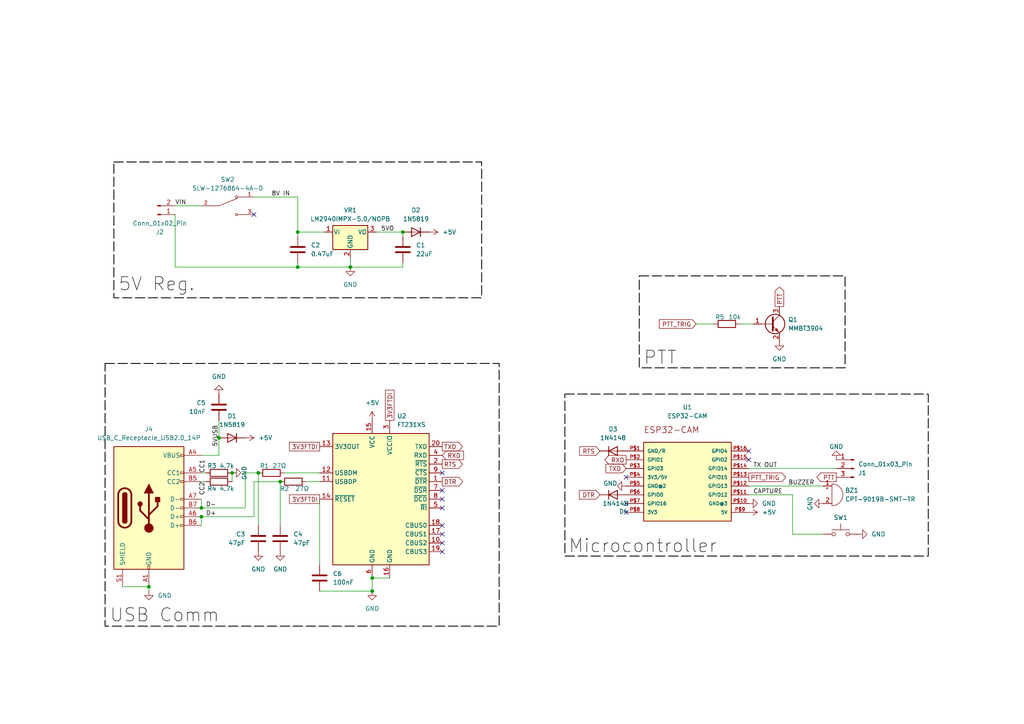
<source format=kicad_sch>
(kicad_sch (version 20250114) (generator "eeschema") (generator_version "9.0")
  (paper "A4")
  (title_block (title "SSTV Backpack") (date "2025-08-29") (rev "1.1"))
  (lib_symbols
    (symbol "Connector:Conn_01x02_Pin" (pin_names (offset 1.016) (hide yes))
      (property "Reference" "J" (at 0 2.54 0))
      (property "Value" "Conn_01x02_Pin" (at 0 -5.08 0))
      (symbol "Conn_01x02_Pin_1_1"
        (rectangle (start 0.8636 0.127) (end 0 -0.127) (stroke (width 0.1524)) (fill (type outline)))
        (rectangle (start 0.8636 -2.413) (end 0 -2.667) (stroke (width 0.1524)) (fill (type outline)))
        (polyline (pts (xy 1.27 0) (xy 0.8636 0)) (stroke (width 0.1524)))
        (polyline (pts (xy 1.27 -2.54) (xy 0.8636 -2.54)) (stroke (width 0.1524)))
        (pin passive line (at 5.08 0 180) (length 3.81) (name "Pin_1") (number "1"))
        (pin passive line (at 5.08 -2.54 180) (length 3.81) (name "Pin_2") (number "2"))
      )
    )
    (symbol "Connector:Conn_01x03_Pin" (pin_names (offset 1.016) (hide yes))
      (property "Reference" "J" (at 0 5.08 0))
      (property "Value" "Conn_01x03_Pin" (at 0 -5.08 0))
      (symbol "Conn_01x03_Pin_1_1"
        (rectangle (start 0.8636 2.667) (end 0 2.413) (stroke (width 0.1524)) (fill (type outline)))
        (rectangle (start 0.8636 0.127) (end 0 -0.127) (stroke (width 0.1524)) (fill (type outline)))
        (rectangle (start 0.8636 -2.413) (end 0 -2.667) (stroke (width 0.1524)) (fill (type outline)))
        (polyline (pts (xy 1.27 2.54) (xy 0.8636 2.54)) (stroke (width 0.1524)))
        (polyline (pts (xy 1.27 0) (xy 0.8636 0)) (stroke (width 0.1524)))
        (polyline (pts (xy 1.27 -2.54) (xy 0.8636 -2.54)) (stroke (width 0.1524)))
        (pin passive line (at 5.08 2.54 180) (length 3.81) (name "Pin_1") (number "1"))
        (pin passive line (at 5.08 0 180) (length 3.81) (name "Pin_2") (number "2"))
        (pin passive line (at 5.08 -2.54 180) (length 3.81) (name "Pin_3") (number "3"))
      )
    )
    (symbol "Connector:USB_C_Receptacle_USB2.0_14P" (pin_names (offset 1.016))
      (property "Reference" "J" (at 0 22.225 0))
      (property "Value" "USB_C_Receptacle_USB2.0_14P" (at 0 19.685 0))
      (symbol "USB_C_Receptacle_USB2.0_14P_0_0"
        (rectangle (start -0.254 -17.78) (end 0.254 -16.764))
        (rectangle (start 10.16 15.494) (end 9.144 14.986))
        (rectangle (start 10.16 10.414) (end 9.144 9.906))
        (rectangle (start 10.16 7.874) (end 9.144 7.366))
        (rectangle (start 10.16 2.794) (end 9.144 2.286))
        (rectangle (start 10.16 0.254) (end 9.144 -0.254))
        (rectangle (start 10.16 -2.286) (end 9.144 -2.794))
        (rectangle (start 10.16 -4.826) (end 9.144 -5.334))
      )
      (symbol "USB_C_Receptacle_USB2.0_14P_0_1"
        (rectangle (start -10.16 17.78) (end 10.16 -17.78) (stroke (width 0.254)) (fill (type background)))
        (polyline (pts (xy -8.89 -3.81) (xy -8.89 3.81)) (stroke (width 0.508)))
        (rectangle (start -7.62 -3.81) (end -6.35 3.81) (stroke (width 0.254)) (fill (type outline)))
        (arc (start -7.62 3.81) (mid -6.985 4.4423) (end -6.35 3.81) (stroke (width 0.254)))
        (arc (start -7.62 3.81) (mid -6.985 4.4423) (end -6.35 3.81) (stroke (width 0.254)) (fill (type outline)))
        (arc (start -8.89 3.81) (mid -6.985 5.7067) (end -5.08 3.81) (stroke (width 0.508)))
        (arc (start -5.08 -3.81) (mid -6.985 -5.7067) (end -8.89 -3.81) (stroke (width 0.508)))
        (arc (start -6.35 -3.81) (mid -6.985 -4.4423) (end -7.62 -3.81) (stroke (width 0.254)))
        (arc (start -6.35 -3.81) (mid -6.985 -4.4423) (end -7.62 -3.81) (stroke (width 0.254)) (fill (type outline)))
        (polyline (pts (xy -5.08 3.81) (xy -5.08 -3.81)) (stroke (width 0.508)))
        (circle (center -2.54 1.143) (radius 0.635) (stroke (width 0.254)) (fill (type outline)))
        (polyline (pts (xy -1.27 4.318) (xy 0 6.858) (xy 1.27 4.318) (xy -1.27 4.318)) (stroke (width 0.254)) (fill (type outline)))
        (polyline (pts (xy 0 -2.032) (xy 2.54 0.508) (xy 2.54 1.778)) (stroke (width 0.508)))
        (polyline (pts (xy 0 -3.302) (xy -2.54 -0.762) (xy -2.54 0.508)) (stroke (width 0.508)))
        (polyline (pts (xy 0 -5.842) (xy 0 4.318)) (stroke (width 0.508)))
        (circle (center 0 -5.842) (radius 1.27) (fill (type outline)))
        (rectangle (start 1.905 1.778) (end 3.175 3.048) (stroke (width 0.254)) (fill (type outline)))
      )
      (symbol "USB_C_Receptacle_USB2.0_14P_1_1"
        (pin passive line (at -7.62 -22.86 90) (length 5.08) (name "SHIELD") (number "S1"))
        (pin passive line (at 0 -22.86 90) (length 5.08) (name "GND") (number "A1"))
        (pin passive line (at 0 -22.86 90) (length 5.08) (hide yes) (name "GND") (number "A12"))
        (pin passive line (at 0 -22.86 90) (length 5.08) (hide yes) (name "GND") (number "B1"))
        (pin passive line (at 0 -22.86 90) (length 5.08) (hide yes) (name "GND") (number "B12"))
        (pin passive line (at 15.24 15.24 180) (length 5.08) (name "VBUS") (number "A4"))
        (pin passive line (at 15.24 15.24 180) (length 5.08) (hide yes) (name "VBUS") (number "A9"))
        (pin passive line (at 15.24 15.24 180) (length 5.08) (hide yes) (name "VBUS") (number "B4"))
        (pin passive line (at 15.24 15.24 180) (length 5.08) (hide yes) (name "VBUS") (number "B9"))
        (pin bidirectional line (at 15.24 10.16 180) (length 5.08) (name "CC1") (number "A5"))
        (pin bidirectional line (at 15.24 7.62 180) (length 5.08) (name "CC2") (number "B5"))
        (pin bidirectional line (at 15.24 2.54 180) (length 5.08) (name "D-") (number "A7"))
        (pin bidirectional line (at 15.24 0 180) (length 5.08) (name "D-") (number "B7"))
        (pin bidirectional line (at 15.24 -2.54 180) (length 5.08) (name "D+") (number "A6"))
        (pin bidirectional line (at 15.24 -5.08 180) (length 5.08) (name "D+") (number "B6"))
      )
    )
    (symbol "Device:Buzzer" (pin_names (offset 0.0254) (hide yes))
      (property "Reference" "BZ" (at 3.81 1.27 0))
      (property "Value" "Buzzer" (at 3.81 -1.27 0))
      (symbol "Buzzer_0_1"
        (polyline (pts (xy -1.651 1.905) (xy -1.143 1.905)))
        (polyline (pts (xy -1.397 2.159) (xy -1.397 1.651)))
        (arc (start 0 3.175) (mid 3.1612 0) (end 0 -3.175))
        (polyline (pts (xy 0 3.175) (xy 0 -3.175)))
      )
      (symbol "Buzzer_1_1"
        (pin passive line (at -2.54 2.54 0) (length 2.54) (name "+") (number "1"))
        (pin passive line (at -2.54 -2.54 0) (length 2.54) (name "-") (number "2"))
      )
    )
    (symbol "Device:C" (pin_numbers (hide yes)) (pin_names (offset 0.254))
      (property "Reference" "C" (at 0.635 2.54 0))
      (property "Value" "C" (at 0.635 -2.54 0))
      (symbol "C_0_1"
        (polyline (pts (xy -2.032 0.762) (xy 2.032 0.762)) (stroke (width 0.508)))
        (polyline (pts (xy -2.032 -0.762) (xy 2.032 -0.762)) (stroke (width 0.508)))
      )
      (symbol "C_1_1"
        (pin passive line (at 0 3.81 270) (length 2.794) (name "~") (number "1"))
        (pin passive line (at 0 -3.81 90) (length 2.794) (name "~") (number "2"))
      )
    )
    (symbol "Device:D" (pin_numbers (hide yes)) (pin_names (offset 1.016) (hide yes))
      (property "Reference" "D" (at 0 2.54 0))
      (property "Value" "D" (at 0 -2.54 0))
      (symbol "D_0_1"
        (polyline (pts (xy -1.27 1.27) (xy -1.27 -1.27)) (stroke (width 0.254)))
        (polyline (pts (xy 1.27 1.27) (xy 1.27 -1.27) (xy -1.27 0) (xy 1.27 1.27)) (stroke (width 0.254)))
        (polyline (pts (xy 1.27 0) (xy -1.27 0)))
      )
      (symbol "D_1_1"
        (pin passive line (at -3.81 0 0) (length 2.54) (name "K") (number "1"))
        (pin passive line (at 3.81 0 180) (length 2.54) (name "A") (number "2"))
      )
    )
    (symbol "Device:R" (pin_numbers (hide yes)) (pin_names (offset 0))
      (property "Reference" "R" (at 2.032 0 90))
      (property "Value" "R" (at 0 0 90))
      (symbol "R_0_1"
        (rectangle (start -1.016 -2.54) (end 1.016 2.54) (stroke (width 0.254)))
      )
      (symbol "R_1_1"
        (pin passive line (at 0 3.81 270) (length 1.27) (name "~") (number "1"))
        (pin passive line (at 0 -3.81 90) (length 1.27) (name "~") (number "2"))
      )
    )
    (symbol "ESP32-CAM:ESP32-CAM" (pin_names (offset 1.016))
      (property "Reference" "U1" (at 0 22.86 0))
      (property "Value" "ESP32-CAM" (at 0 20.32 0))
      (symbol "ESP32-CAM_0_0"
        (rectangle (start -12.7 -10.16) (end 12.7 12.7) (stroke (width 0.254)) (fill (type background)))
        (text "ESP32-CAM" (at -12.7 15.24 0) (effects (font (size 1.778 1.778)) (justify left bottom)))
        (pin bidirectional line (at -17.78 7.62 0) (length 5.08) (name "GPIO1") (number "P$2"))
        (pin bidirectional line (at -17.78 5.08 0) (length 5.08) (name "GPIO3") (number "P$3"))
        (pin bidirectional line (at -17.78 2.54 0) (length 5.08) (name "3V3/5V") (number "P$4"))
        (pin bidirectional line (at -17.78 0 0) (length 5.08) (name "GND@2") (number "P$5"))
        (pin bidirectional line (at -17.78 -2.54 0) (length 5.08) (name "GPIO0") (number "P$6"))
        (pin bidirectional line (at -17.78 -5.08 0) (length 5.08) (name "GPIO16") (number "P$7"))
        (pin bidirectional line (at -17.78 -7.62 0) (length 5.08) (name "3V3") (number "P$8"))
        (pin bidirectional line (at 17.78 10.16 180) (length 5.08) (name "GPIO4") (number "P$16"))
        (pin bidirectional line (at 17.78 7.62 180) (length 5.08) (name "GPIO2") (number "P$15"))
        (pin bidirectional line (at 17.78 5.08 180) (length 5.08) (name "GPIO14") (number "P$14"))
        (pin bidirectional line (at 17.78 2.54 180) (length 5.08) (name "GPIO15") (number "P$13"))
        (pin bidirectional line (at 17.78 0 180) (length 5.08) (name "GPIO13") (number "P$12"))
        (pin bidirectional line (at 17.78 -2.54 180) (length 5.08) (name "GPIO12") (number "P$11"))
        (pin bidirectional line (at 17.78 -5.08 180) (length 5.08) (name "GND@3") (number "P$10"))
        (pin bidirectional line (at 17.78 -7.62 180) (length 5.08) (name "5V") (number "P$9"))
      )
      (symbol "ESP32-CAM_1_0"
        (pin bidirectional line (at -17.78 10.16 0) (length 5.08) (name "GND/R") (number "P$1"))
      )
    )
    (symbol "Interface_USB:FT231XS"
      (property "Reference" "U" (at -13.97 20.32 0))
      (property "Value" "FT231XS" (at 7.62 20.32 0))
      (symbol "FT231XS_0_1"
        (rectangle (start -13.97 19.05) (end 13.97 -19.05) (stroke (width 0.254)) (fill (type background)))
      )
      (symbol "FT231XS_1_1"
        (pin power_out line (at -17.78 15.24 0) (length 3.81) (name "3V3OUT") (number "13"))
        (pin bidirectional line (at -17.78 7.62 0) (length 3.81) (name "USBDM") (number "12"))
        (pin bidirectional line (at -17.78 5.08 0) (length 3.81) (name "USBDP") (number "11"))
        (pin input line (at -17.78 0 0) (length 3.81) (name "~{RESET}") (number "14"))
        (pin power_in line (at -2.54 22.86 270) (length 3.81) (name "VCC") (number "15"))
        (pin power_in line (at -2.54 -22.86 90) (length 3.81) (name "GND") (number "6"))
        (pin power_in line (at 2.54 22.86 270) (length 3.81) (name "VCCIO") (number "3"))
        (pin power_in line (at 2.54 -22.86 90) (length 3.81) (name "GND") (number "16"))
        (pin output line (at 17.78 15.24 180) (length 3.81) (name "TXD") (number "20"))
        (pin input line (at 17.78 12.7 180) (length 3.81) (name "RXD") (number "4"))
        (pin output line (at 17.78 10.16 180) (length 3.81) (name "~{RTS}") (number "2"))
        (pin input line (at 17.78 7.62 180) (length 3.81) (name "~{CTS}") (number "9"))
        (pin output line (at 17.78 5.08 180) (length 3.81) (name "~{DTR}") (number "1"))
        (pin input line (at 17.78 2.54 180) (length 3.81) (name "~{DSR}") (number "7"))
        (pin input line (at 17.78 0 180) (length 3.81) (name "~{DCD}") (number "8"))
        (pin input line (at 17.78 -2.54 180) (length 3.81) (name "~{RI}") (number "5"))
        (pin bidirectional line (at 17.78 -7.62 180) (length 3.81) (name "CBUS0") (number "18"))
        (pin bidirectional line (at 17.78 -10.16 180) (length 3.81) (name "CBUS1") (number "17"))
        (pin bidirectional line (at 17.78 -12.7 180) (length 3.81) (name "CBUS2") (number "10"))
        (pin bidirectional line (at 17.78 -15.24 180) (length 3.81) (name "CBUS3") (number "19"))
      )
    )
    (symbol "Regulator_Linear:LM2937xMP" (pin_names (offset 0.254))
      (property "Reference" "U" (at -3.81 3.175 0))
      (property "Value" "LM2937xMP" (at 0 3.175 0))
      (symbol "LM2937xMP_0_1"
        (rectangle (start -5.08 -5.08) (end 5.08 1.905) (stroke (width 0.254)) (fill (type background)))
      )
      (symbol "LM2937xMP_1_1"
        (pin power_in line (at -7.62 0 0) (length 2.54) (name "VI") (number "1"))
        (pin power_in line (at 0 -7.62 90) (length 2.54) (name "GND") (number "2"))
        (pin power_out line (at 7.62 0 180) (length 2.54) (name "VO") (number "3"))
      )
    )
    (symbol "Switch:SW_Push" (pin_numbers (hide yes)) (pin_names (offset 1.016) (hide yes))
      (property "Reference" "SW" (at 1.27 2.54 0))
      (property "Value" "SW_Push" (at 0 -1.524 0))
      (symbol "SW_Push_0_1"
        (circle (center -2.032 0) (radius 0.508))
        (polyline (pts (xy 0 1.27) (xy 0 3.048)))
        (circle (center 2.032 0) (radius 0.508))
        (polyline (pts (xy 2.54 1.27) (xy -2.54 1.27)))
        (pin passive line (at -5.08 0 0) (length 2.54) (name "1") (number "1"))
        (pin passive line (at 5.08 0 180) (length 2.54) (name "2") (number "2"))
      )
    )
    (symbol "SwitchSPDT:SLW-1276864-4A-D" (pin_names (offset 1.016))
      (property "Reference" "S" (at -2.54 5.08 0))
      (property "Value" "SLW-1276864-4A-D" (at -2.54 -5.08 0))
      (symbol "SLW-1276864-4A-D_0_0"
        (polyline (pts (xy -2.54 0) (xy -5.08 0)) (stroke (width 0.1524)))
        (polyline (pts (xy -2.54 0) (xy 2.794 2.1336)) (stroke (width 0.1524)))
        (circle (center 2.54 2.54) (radius 0.3302) (stroke (width 0.1524)))
        (circle (center 2.54 -2.54) (radius 0.3302) (stroke (width 0.1524)))
        (polyline (pts (xy 5.08 2.54) (xy 2.921 2.54)) (stroke (width 0.1524)))
        (polyline (pts (xy 5.08 -2.54) (xy 2.921 -2.54)) (stroke (width 0.1524)))
        (pin passive line (at -7.62 0 0) (length 2.54) (name "~") (number "2"))
        (pin passive line (at 7.62 2.54 180) (length 2.54) (name "~") (number "1"))
        (pin passive line (at 7.62 -2.54 180) (length 2.54) (name "~") (number "3"))
      )
    )
    (symbol "Transistor_BJT:MMBT3904" (pin_names (offset 0) (hide yes))
      (property "Reference" "Q" (at 5.08 1.905 0))
      (property "Value" "MMBT3904" (at 5.08 0 0))
      (symbol "MMBT3904_0_1"
        (polyline (pts (xy -2.54 0) (xy 0.635 0)))
        (polyline (pts (xy 0.635 1.905) (xy 0.635 -1.905)) (stroke (width 0.508)))
        (circle (center 1.27 0) (radius 2.8194) (stroke (width 0.254)))
      )
      (symbol "MMBT3904_1_1"
        (polyline (pts (xy 0.635 0.635) (xy 2.54 2.54)))
        (polyline (pts (xy 0.635 -0.635) (xy 2.54 -2.54)))
        (polyline (pts (xy 1.27 -1.778) (xy 1.778 -1.27) (xy 2.286 -2.286) (xy 1.27 -1.778)) (fill (type outline)))
        (pin input line (at -5.08 0 0) (length 2.54) (name "B") (number "1"))
        (pin passive line (at 2.54 5.08 270) (length 2.54) (name "C") (number "3"))
        (pin passive line (at 2.54 -5.08 90) (length 2.54) (name "E") (number "2"))
      )
    )
    (symbol "power:+5V" (power) (pin_numbers (hide yes)) (pin_names (offset 0) (hide yes))
      (property "Value" "+5V" (at 0 3.556 0))
      (symbol "+5V_0_1"
        (polyline (pts (xy -0.762 1.27) (xy 0 2.54)))
        (polyline (pts (xy 0 2.54) (xy 0.762 1.27)))
        (polyline (pts (xy 0 0) (xy 0 2.54)))
      )
      (symbol "+5V_1_1"
        (pin power_in line (at 0 0 90) (length 0) (name "~") (number "1"))
      )
    )
    (symbol "power:GND" (power) (pin_numbers (hide yes)) (pin_names (offset 0) (hide yes))
      (property "Value" "GND" (at 0 -3.81 0))
      (symbol "GND_0_1"
        (polyline (pts (xy 0 0) (xy 0 -1.27) (xy 1.27 -1.27) (xy 0 -2.54) (xy -1.27 -1.27) (xy 0 -1.27)))
      )
      (symbol "GND_1_1"
        (pin power_in line (at 0 0 270) (length 0) (name "~") (number "1"))
      )
    )
  )
  (rectangle (start 163.83 114.3) (end 269.24 161.29) (stroke (width 0.25) (type dash) (color 0 0 0 1)))
  (rectangle (start 185.42 80.01) (end 245.11 106.68) (stroke (width 0.25) (type dash) (color 0 0 0 1)))
  (rectangle (start 33.02 46.99) (end 139.7 86.36) (stroke (width 0.25) (type dash) (color 0 0 0 1)))
  (rectangle (start 30.48 105.41) (end 144.78 181.61) (stroke (width 0.25) (type dash) (color 0 0 0 1)))
  (text "PTT" (at 191.516 103.886 0) (effects (font (size 3.81 3.81))))
  (text "5V Reg." (at 45.466 82.55 0) (effects (font (size 3.81 3.81))))
  (text "Microcontroller" (at 186.436 158.496 0) (effects (font (size 3.81 3.81))))
  (text "USB Comm" (at 47.752 178.562 0) (effects (font (size 3.81 3.81))))
  (junction (at 74.93 137.16))
  (junction (at 58.42 147.32))
  (junction (at 101.6 77.47))
  (junction (at 86.36 77.47))
  (junction (at 63.5 127))
  (junction (at 116.84 67.31))
  (junction (at 86.36 67.31))
  (junction (at 58.42 149.86))
  (junction (at 67.31 137.16))
  (junction (at 107.95 167.64))
  (junction (at 107.95 171.45))
  (junction (at 81.28 139.7))
  (junction (at 43.18 170.18))
  (no_connect (at 181.61 146.05))
  (no_connect (at 181.61 138.43))
  (no_connect (at 128.27 152.4))
  (no_connect (at 217.17 133.35))
  (no_connect (at 128.27 144.78))
  (no_connect (at 128.27 137.16))
  (no_connect (at 181.61 148.59))
  (no_connect (at 73.66 62.23))
  (no_connect (at 128.27 142.24))
  (no_connect (at 217.17 130.81))
  (no_connect (at 128.27 147.32))
  (no_connect (at 128.27 160.02))
  (no_connect (at 128.27 154.94))
  (no_connect (at 128.27 157.48))
  (wire (pts (xy 73.66 139.7) (xy 81.28 139.7)))
  (wire (pts (xy 58.42 147.32) (xy 71.12 147.32)))
  (wire (pts (xy 116.84 76.2) (xy 116.84 77.47)))
  (wire (pts (xy 58.42 144.78) (xy 58.42 147.32)))
  (wire (pts (xy 71.12 137.16) (xy 74.93 137.16)))
  (wire (pts (xy 58.42 149.86) (xy 73.66 149.86)))
  (wire (pts (xy 50.8 62.23) (xy 50.8 77.47)))
  (wire (pts (xy 63.5 121.92) (xy 63.5 127)))
  (wire (pts (xy 86.36 76.2) (xy 86.36 77.47)))
  (wire (pts (xy 86.36 68.58) (xy 86.36 67.31)))
  (wire (pts (xy 58.42 132.08) (xy 63.5 132.08)))
  (wire (pts (xy 73.66 149.86) (xy 73.66 139.7)))
  (wire (pts (xy 58.42 149.86) (xy 58.42 152.4)))
  (wire (pts (xy 88.9 139.7) (xy 92.71 139.7)))
  (wire (pts (xy 101.6 77.47) (xy 116.84 77.47)))
  (wire (pts (xy 116.84 67.31) (xy 116.84 68.58)))
  (wire (pts (xy 229.87 143.51) (xy 229.87 154.94)))
  (wire (pts (xy 67.31 137.16) (xy 67.31 139.7)))
  (wire (pts (xy 92.71 163.83) (xy 92.71 144.78)))
  (wire (pts (xy 86.36 77.47) (xy 101.6 77.47)))
  (wire (pts (xy 73.66 57.15) (xy 86.36 57.15)))
  (wire (pts (xy 107.95 167.64) (xy 113.03 167.64)))
  (wire (pts (xy 63.5 127) (xy 63.5 132.08)))
  (wire (pts (xy 50.8 77.47) (xy 86.36 77.47)))
  (wire (pts (xy 74.93 137.16) (xy 74.93 152.4)))
  (wire (pts (xy 101.6 74.93) (xy 101.6 77.47)))
  (wire (pts (xy 81.28 139.7) (xy 81.28 152.4)))
  (wire (pts (xy 71.12 137.16) (xy 71.12 147.32)))
  (wire (pts (xy 92.71 171.45) (xy 107.95 171.45)))
  (wire (pts (xy 107.95 171.45) (xy 107.95 167.64)))
  (wire (pts (xy 50.8 59.69) (xy 58.42 59.69)))
  (wire (pts (xy 201.93 93.98) (xy 207.01 93.98)))
  (wire (pts (xy 43.18 171.45) (xy 43.18 170.18)))
  (wire (pts (xy 59.69 137.16) (xy 58.42 137.16)))
  (wire (pts (xy 214.63 93.98) (xy 218.44 93.98)))
  (wire (pts (xy 217.17 143.51) (xy 229.87 143.51)))
  (wire (pts (xy 109.22 67.31) (xy 116.84 67.31)))
  (wire (pts (xy 82.55 137.16) (xy 92.71 137.16)))
  (wire (pts (xy 59.69 139.7) (xy 58.42 139.7)))
  (wire (pts (xy 217.17 135.89) (xy 242.57 135.89)))
  (wire (pts (xy 217.17 140.97) (xy 238.76 140.97)))
  (wire (pts (xy 229.87 154.94) (xy 238.76 154.94)))
  (wire (pts (xy 86.36 67.31) (xy 93.98 67.31)))
  (wire (pts (xy 35.56 170.18) (xy 43.18 170.18)))
  (wire (pts (xy 86.36 57.15) (xy 86.36 67.31)))
  (label "D+" (at 59.69 149.86 0))
  (label "VIN" (at 50.8 59.69 0))
  (label "BUZZER" (at 228.6 140.97 0))
  (label "CC1" (at 59.69 137.16 90))
  (label "CAPTURE" (at 218.44 143.51 0))
  (label "5VO" (at 110.49 67.31 0))
  (label "8V IN" (at 78.74 57.15 0))
  (label "CC2" (at 59.69 139.7 270))
  (label "5VUSB" (at 63.5 129.54 90))
  (label "TX OUT" (at 218.44 135.89 0))
  (label "D-" (at 59.69 147.32 0))
  (global_label "PTT_TRIG" (shape output) (at 217.17 138.43 0) (property "Intersheetrefs" "${INTERSHEET_REFS}" (effects (hide yes))))
  (global_label "TXD" (shape input) (at 181.61 135.89 180) (property "Intersheetrefs" "${INTERSHEET_REFS}" (effects (hide yes))))
  (global_label "RXD" (shape output) (at 181.61 133.35 180) (property "Intersheetrefs" "${INTERSHEET_REFS}" (effects (hide yes))))
  (global_label "RXD" (shape input) (at 128.27 132.08 0) (property "Intersheetrefs" "${INTERSHEET_REFS}" (effects (hide yes))))
  (global_label "3V3FTDI" (shape passive) (at 113.03 121.92 90) (property "Intersheetrefs" "${INTERSHEET_REFS}" (effects (hide yes))))
  (global_label "PTT_TRIG" (shape input) (at 201.93 93.98 180) (property "Intersheetrefs" "${INTERSHEET_REFS}" (effects (hide yes))))
  (global_label "PTT" (shape output) (at 226.06 88.9 90) (property "Intersheetrefs" "${INTERSHEET_REFS}" (effects (hide yes))))
  (global_label "PTT" (shape output) (at 242.57 138.43 180) (property "Intersheetrefs" "${INTERSHEET_REFS}" (effects (hide yes))))
  (global_label "RTS" (shape input) (at 173.99 130.81 180) (property "Intersheetrefs" "${INTERSHEET_REFS}" (effects (hide yes))))
  (global_label "DTR" (shape output) (at 128.27 139.7 0) (property "Intersheetrefs" "${INTERSHEET_REFS}" (effects (hide yes))))
  (global_label "3V3FTDI" (shape passive) (at 92.71 129.54 180) (property "Intersheetrefs" "${INTERSHEET_REFS}" (effects (hide yes))))
  (global_label "TXD" (shape output) (at 128.27 129.54 0) (property "Intersheetrefs" "${INTERSHEET_REFS}" (effects (hide yes))))
  (global_label "RTS" (shape output) (at 128.27 134.62 0) (property "Intersheetrefs" "${INTERSHEET_REFS}" (effects (hide yes))))
  (global_label "DTR" (shape input) (at 173.99 143.51 180) (property "Intersheetrefs" "${INTERSHEET_REFS}" (effects (hide yes))))
  (global_label "3V3FTDI" (shape passive) (at 92.71 144.78 180) (property "Intersheetrefs" "${INTERSHEET_REFS}" (effects (hide yes))))
  (symbol (lib_id "power:GND") (at 226.06 99.06 0) (unit 1)
    (property "Reference" "#PWR07" (effects (hide yes)))
    (property "Value" "GND" (at 226.06 104.14 0))
    (property "Description" "Power symbol creates a global label with name \"GND\" , ground" (effects (hide yes)))
  )
  (symbol (lib_id "Device:C") (at 92.71 167.64 0) (unit 1)
    (property "Reference" "C6" (at 96.52 166.3699 0) (effects (justify left)))
    (property "Value" "100nF" (at 96.52 168.9099 0) (effects (justify left)))
    (property "Footprint" "Capacitor_SMD:C_0805_2012Metric_Pad1.18x1.45mm_HandSolder" (effects (hide yes)))
    (property "Description" "Unpolarized capacitor" (effects (hide yes)))
  )
  (symbol (lib_id "Device:C") (at 81.28 156.21 0) (unit 1)
    (property "Reference" "C4" (at 85.09 154.9399 0) (effects (justify left)))
    (property "Value" "47pF" (at 85.09 157.4799 0) (effects (justify left)))
    (property "Footprint" "Capacitor_SMD:C_0805_2012Metric_Pad1.18x1.45mm_HandSolder" (effects (hide yes)))
    (property "Description" "Unpolarized capacitor" (effects (hide yes)))
  )
  (symbol (lib_id "power:+5V") (at 217.17 148.59 270) (unit 1)
    (property "Reference" "#PWR03" (effects (hide yes)))
    (property "Value" "+5V" (at 220.98 148.5899 90) (effects (justify left)))
    (property "Description" "Power symbol creates a global label with name \"+5V\"" (effects (hide yes)))
  )
  (symbol (lib_id "SwitchSPDT:SLW-1276864-4A-D") (at 66.04 59.69 0) (unit 1)
    (property "Reference" "SW2" (at 66.04 52.07 0))
    (property "Value" "SLW-1276864-4A-D" (at 66.04 54.61 0))
    (property "Footprint" "SwitchSPDT:SW_SLW-1276864-4A-D" (effects (hide yes)))
    (property "PARTREV" "1.01" (effects (hide yes)))
    (property "STANDARD" "Manufacturer Recommendations" (effects (hide yes)))
    (property "MAXIMUM_PACKAGE_HEIGHT" "10.6mm" (effects (hide yes)))
    (property "MANUFACTURER" "Same Sky" (effects (hide yes)))
  )
  (symbol (lib_id "Device:R") (at 85.09 139.7 90) (unit 1)
    (property "Reference" "R2" (at 82.55 141.732 90))
    (property "Value" "27Ω" (at 87.63 141.732 90))
    (property "Footprint" "Resistor_SMD:R_0805_2012Metric_Pad1.20x1.40mm_HandSolder" (effects (hide yes)))
    (property "Description" "Resistor" (effects (hide yes)))
  )
  (symbol (lib_id "Device:R") (at 63.5 137.16 90) (unit 1)
    (property "Reference" "R3" (at 61.468 135.128 90))
    (property "Value" "4.7k" (at 65.786 135.128 90))
    (property "Footprint" "Resistor_SMD:R_0805_2012Metric_Pad1.20x1.40mm_HandSolder" (effects (hide yes)))
    (property "Description" "Resistor" (effects (hide yes)))
  )
  (symbol (lib_id "power:GND") (at 74.93 160.02 0) (unit 1)
    (property "Reference" "#PWR017" (effects (hide yes)))
    (property "Value" "GND" (at 74.93 165.1 0))
    (property "Description" "Power symbol creates a global label with name \"GND\" , ground" (effects (hide yes)))
  )
  (symbol (lib_id "power:GND") (at 67.31 137.16 90) (unit 1)
    (property "Reference" "#PWR020" (effects (hide yes)))
    (property "Value" "GND" (at 70.866 135.128 0) (effects (justify right)))
    (property "Description" "Power symbol creates a global label with name \"GND\" , ground" (effects (hide yes)))
  )
  (symbol (lib_id "Device:C") (at 74.93 156.21 0) (mirror y) (unit 1)
    (property "Reference" "C3" (at 71.12 154.9399 0) (effects (justify left)))
    (property "Value" "47pF" (at 71.12 157.4799 0) (effects (justify left)))
    (property "Footprint" "Capacitor_SMD:C_0805_2012Metric_Pad1.18x1.45mm_HandSolder" (effects (hide yes)))
    (property "Description" "Unpolarized capacitor" (effects (hide yes)))
  )
  (symbol (lib_id "Interface_USB:FT231XS") (at 110.49 144.78 0) (unit 1)
    (property "Reference" "U2" (at 115.1733 120.65 0) (effects (justify left)))
    (property "Value" "FT231XS" (at 115.1733 123.19 0) (effects (justify left)))
    (property "Footprint" "Package_SO:SSOP-20_3.9x8.7mm_P0.635mm" (effects (hide yes)))
    (property "Datasheet" "https://www.ftdichip.com/Support/Documents/DataSheets/ICs/DS_FT231X.pdf" (effects (hide yes)))
    (property "Description" "Full Speed USB to Full Handshake UART, SSOP-20" (effects (hide yes)))
  )
  (symbol (lib_id "Connector:Conn_01x02_Pin") (at 45.72 62.23 0) (mirror x) (unit 1)
    (property "Reference" "J2" (at 46.355 67.31 0))
    (property "Value" "Conn_01x02_Pin" (at 46.355 64.77 0))
    (property "Footprint" "Connector_PinHeader_2.54mm:PinHeader_1x02_P2.54mm_Vertical" (effects (hide yes)))
    (property "Description" "Generic connector, single row, 01x02, script generated" (effects (hide yes)))
  )
  (symbol (lib_id "power:GND") (at 63.5 114.3 180) (unit 1)
    (property "Reference" "#PWR019" (effects (hide yes)))
    (property "Value" "GND" (at 63.5 109.22 0))
    (property "Description" "Power symbol creates a global label with name \"GND\" , ground" (effects (hide yes)))
  )
  (symbol (lib_id "Connector:USB_C_Receptacle_USB2.0_14P") (at 43.18 147.32 0) (unit 1)
    (property "Reference" "J4" (at 43.18 124.46 0))
    (property "Value" "USB_C_Receptacle_USB2.0_14P" (at 43.18 127 0))
    (property "Footprint" "Connector_USB:USB_C_Receptacle_GCT_USB4085" (effects (hide yes)))
    (property "Datasheet" "https://www.usb.org/sites/default/files/documents/usb_type-c.zip" (effects (hide yes)))
    (property "Description" "USB 2.0-only 14P Type-C Receptacle connector" (effects (hide yes)))
  )
  (symbol (lib_id "ESP32-CAM:ESP32-CAM") (at 199.39 140.97 0) (unit 1)
    (property "Reference" "U1" (at 199.39 118.11 0))
    (property "Value" "ESP32-CAM" (at 199.39 120.65 0))
    (property "Footprint" "ESP32-CAM:ESP32-CAM" (effects (hide yes)))
    (property "MF" "AI-Thinker" (effects (hide yes)))
    (property "Description_1" "ESP32 ESP32 Transceiver; 802.11 a/b/g/n (Wi-Fi, WiFi, WLAN), Bluetooth® Smart 4.x Low Energy (BLE) Evaluation Board" (effects (hide yes)))
    (property "Package" "None" (effects (hide yes)))
    (property "Price" "None" (effects (hide yes)))
    (property "SnapEDA_Link" "https://www.snapeda.com/parts/ESP32-CAM/AI-Thinker/view-part/?ref=snap" (effects (hide yes)))
    (property "MP" "ESP32-CAM" (effects (hide yes)))
    (property "Availability" "Not in stock" (effects (hide yes)))
    (property "Check_prices" "https://www.snapeda.com/parts/ESP32-CAM/AI-Thinker/view-part/?ref=eda" (effects (hide yes)))
  )
  (symbol (lib_id "Device:R") (at 63.5 139.7 90) (mirror x) (unit 1)
    (property "Reference" "R4" (at 61.468 141.732 90))
    (property "Value" "4.7k" (at 65.786 141.732 90))
    (property "Footprint" "Resistor_SMD:R_0805_2012Metric_Pad1.20x1.40mm_HandSolder" (effects (hide yes)))
    (property "Description" "Resistor" (effects (hide yes)))
  )
  (symbol (lib_id "Device:D") (at 120.65 67.31 180) (unit 1)
    (property "Reference" "D2" (at 120.65 60.96 0))
    (property "Value" "1N5819" (at 120.65 63.5 0))
    (property "Footprint" "Diode_SMD:D_SOD-123" (effects (hide yes)))
    (property "Description" "Diode" (effects (hide yes)))
    (property "Sim.Device" "D" (effects (hide yes)))
    (property "Sim.Pins" "1=K 2=A" (effects (hide yes)))
  )
  (symbol (lib_id "Device:R") (at 210.82 93.98 90) (unit 1)
    (property "Reference" "R5" (at 208.788 91.948 90))
    (property "Value" "10k" (at 213.106 91.948 90))
    (property "Footprint" "Resistor_SMD:R_0805_2012Metric_Pad1.20x1.40mm_HandSolder" (effects (hide yes)))
    (property "Description" "Resistor" (effects (hide yes)))
  )
  (symbol (lib_id "power:GND") (at 181.61 140.97 270) (unit 1)
    (property "Reference" "#PWR06" (effects (hide yes)))
    (property "Value" "GND" (at 179.07 140.208 90) (effects (justify right)))
    (property "Description" "Power symbol creates a global label with name \"GND\" , ground" (effects (hide yes)))
  )
  (symbol (lib_id "power:GND") (at 101.6 77.47 0) (unit 1)
    (property "Reference" "#PWR01" (effects (hide yes)))
    (property "Value" "GND" (at 101.6 82.55 0))
    (property "Description" "Power symbol creates a global label with name \"GND\" , ground" (effects (hide yes)))
  )
  (symbol (lib_id "power:GND") (at 81.28 160.02 0) (unit 1)
    (property "Reference" "#PWR018" (effects (hide yes)))
    (property "Value" "GND" (at 81.28 165.1 0))
    (property "Description" "Power symbol creates a global label with name \"GND\" , ground" (effects (hide yes)))
  )
  (symbol (lib_id "Device:C") (at 63.5 118.11 0) (mirror y) (unit 1)
    (property "Reference" "C5" (at 59.69 116.8399 0) (effects (justify left)))
    (property "Value" "10nF" (at 59.69 119.3799 0) (effects (justify left)))
    (property "Footprint" "Capacitor_SMD:C_0805_2012Metric_Pad1.18x1.45mm_HandSolder" (effects (hide yes)))
    (property "Description" "Unpolarized capacitor" (effects (hide yes)))
  )
  (symbol (lib_id "power:GND") (at 217.17 146.05 90) (unit 1)
    (property "Reference" "#PWR05" (effects (hide yes)))
    (property "Value" "GND" (at 220.98 146.0499 90) (effects (justify right)))
    (property "Description" "Power symbol creates a global label with name \"GND\" , ground" (effects (hide yes)))
  )
  (symbol (lib_id "Device:D") (at 67.31 127 180) (unit 1)
    (property "Reference" "D1" (at 67.31 120.65 0))
    (property "Value" "1N5819" (at 67.31 123.19 0))
    (property "Footprint" "Diode_SMD:D_SOD-123" (effects (hide yes)))
    (property "Description" "Diode" (effects (hide yes)))
    (property "Sim.Device" "D" (effects (hide yes)))
    (property "Sim.Pins" "1=K 2=A" (effects (hide yes)))
  )
  (symbol (lib_id "power:GND") (at 238.76 146.05 270) (unit 1)
    (property "Reference" "#PWR010" (effects (hide yes)))
    (property "Value" "GND" (at 234.95 146.05 0))
    (property "Description" "Power symbol creates a global label with name \"GND\" , ground" (effects (hide yes)))
  )
  (symbol (lib_id "power:+5V") (at 107.95 121.92 0) (unit 1)
    (property "Reference" "#PWR014" (effects (hide yes)))
    (property "Value" "+5V" (at 107.95 116.84 0))
    (property "Description" "Power symbol creates a global label with name \"+5V\"" (effects (hide yes)))
  )
  (symbol (lib_id "Device:R") (at 78.74 137.16 90) (unit 1)
    (property "Reference" "R1" (at 76.708 135.128 90))
    (property "Value" "27Ω" (at 81.026 135.128 90))
    (property "Footprint" "Resistor_SMD:R_0805_2012Metric_Pad1.20x1.40mm_HandSolder" (effects (hide yes)))
    (property "Description" "Resistor" (effects (hide yes)))
  )
  (symbol (lib_id "Regulator_Linear:LM2937xMP") (at 101.6 67.31 0) (unit 1)
    (property "Reference" "VR1" (at 101.6 60.96 0))
    (property "Value" "LM2940IMPX-5.0/NOPB" (at 101.6 63.5 0))
    (property "Footprint" "Package_TO_SOT_SMD:SOT-223-3_TabPin2" (effects (hide yes)))
    (property "Datasheet" "http://www.ti.com/lit/ds/symlink/lm2937.pdf" (effects (hide yes)))
    (property "Description" "500-mA Low Dropout Regulator, SOT-223" (effects (hide yes)))
  )
  (symbol (lib_id "Device:Buzzer") (at 241.3 143.51 0) (unit 1)
    (property "Reference" "BZ1" (at 245.11 142.2399 0) (effects (justify left)))
    (property "Value" "CPT-9019B-SMT-TR" (at 245.11 144.7799 0) (effects (justify left)))
    (property "Footprint" "Buzzer_Beeper:Buzzer_CUI_CPT-9019S-SMT" (effects (hide yes)))
    (property "Description" "Buzzer, polarized" (effects (hide yes)))
  )
  (symbol (lib_id "power:+5V") (at 71.12 127 270) (unit 1)
    (property "Reference" "#PWR015" (effects (hide yes)))
    (property "Value" "+5V" (at 74.93 126.9999 90) (effects (justify left)))
    (property "Description" "Power symbol creates a global label with name \"+5V\"" (effects (hide yes)))
  )
  (symbol (lib_id "power:+5V") (at 124.46 67.31 270) (unit 1)
    (property "Reference" "#PWR02" (effects (hide yes)))
    (property "Value" "+5V" (at 128.27 67.3099 90) (effects (justify left)))
    (property "Description" "Power symbol creates a global label with name \"+5V\"" (effects (hide yes)))
  )
  (symbol (lib_id "Connector:Conn_01x03_Pin") (at 247.65 135.89 0) (mirror y) (unit 1)
    (property "Reference" "J1" (at 248.92 137.1601 0) (effects (justify right)))
    (property "Value" "Conn_01x03_Pin" (at 248.92 134.6201 0) (effects (justify right)))
    (property "Footprint" "Connector_PinHeader_2.54mm:PinHeader_1x03_P2.54mm_Vertical" (effects (hide yes)))
    (property "Description" "Generic connector, single row, 01x03, script generated" (effects (hide yes)))
  )
  (symbol (lib_id "power:GND") (at 248.92 154.94 90) (unit 1)
    (property "Reference" "#PWR04" (effects (hide yes)))
    (property "Value" "GND" (at 252.73 154.9399 90) (effects (justify right)))
    (property "Description" "Power symbol creates a global label with name \"GND\" , ground" (effects (hide yes)))
  )
  (symbol (lib_id "Device:D") (at 177.8 130.81 0) (unit 1)
    (property "Reference" "D3" (at 177.8 124.46 0))
    (property "Value" "1N4148" (at 177.8 127 0))
    (property "Footprint" "Diode_SMD:D_SOD-123" (effects (hide yes)))
    (property "Description" "Diode" (effects (hide yes)))
    (property "Sim.Device" "D" (effects (hide yes)))
    (property "Sim.Pins" "1=K 2=A" (effects (hide yes)))
  )
  (symbol (lib_id "power:GND") (at 43.18 171.45 0) (unit 1)
    (property "Reference" "#PWR016" (effects (hide yes)))
    (property "Value" "GND" (at 45.72 172.7199 0) (effects (justify left)))
    (property "Description" "Power symbol creates a global label with name \"GND\" , ground" (effects (hide yes)))
  )
  (symbol (lib_id "Device:C") (at 116.84 72.39 0) (unit 1)
    (property "Reference" "C1" (at 120.65 71.1199 0) (effects (justify left)))
    (property "Value" "22uF" (at 120.65 73.6599 0) (effects (justify left)))
    (property "Footprint" "Capacitor_SMD:C_0805_2012Metric_Pad1.18x1.45mm_HandSolder" (effects (hide yes)))
    (property "Description" "Unpolarized capacitor" (effects (hide yes)))
  )
  (symbol (lib_id "Device:C") (at 86.36 72.39 0) (unit 1)
    (property "Reference" "C2" (at 90.17 71.1199 0) (effects (justify left)))
    (property "Value" "0.47uF" (at 90.17 73.6599 0) (effects (justify left)))
    (property "Footprint" "Capacitor_SMD:C_0805_2012Metric_Pad1.18x1.45mm_HandSolder" (effects (hide yes)))
    (property "Description" "Unpolarized capacitor" (effects (hide yes)))
  )
  (symbol (lib_id "Transistor_BJT:MMBT3904") (at 223.52 93.98 0) (unit 1)
    (property "Reference" "Q1" (at 228.6 92.7099 0) (effects (justify left)))
    (property "Value" "MMBT3904" (at 228.6 95.2499 0) (effects (justify left)))
    (property "Footprint" "Package_TO_SOT_SMD:SOT-23" (effects (hide yes)))
    (property "Datasheet" "https://www.onsemi.com/pdf/datasheet/pzt3904-d.pdf" (effects (hide yes)))
    (property "Description" "0.2A Ic, 40V Vce, Small Signal NPN Transistor, SOT-23" (effects (hide yes)))
  )
  (symbol (lib_id "Switch:SW_Push") (at 243.84 154.94 0) (unit 1)
    (property "Reference" "SW1" (at 243.84 150.114 0))
    (property "Value" "SW_Push" (effects (hide yes)))
    (property "Description" "Push button switch, generic, two pins" (effects (hide yes)))
  )
  (symbol (lib_id "power:GND") (at 107.95 171.45 0) (unit 1)
    (property "Reference" "#PWR013" (effects (hide yes)))
    (property "Value" "GND" (at 107.95 176.53 0))
    (property "Description" "Power symbol creates a global label with name \"GND\" , ground" (effects (hide yes)))
  )
  (symbol (lib_id "Device:D") (at 177.8 143.51 0) (mirror x) (unit 1)
    (property "Reference" "D4" (at 180.848 148.336 0))
    (property "Value" "1N4148" (at 178.562 146.05 0))
    (property "Footprint" "Diode_SMD:D_SOD-123" (effects (hide yes)))
    (property "Description" "Diode" (effects (hide yes)))
    (property "Sim.Device" "D" (effects (hide yes)))
    (property "Sim.Pins" "1=K 2=A" (effects (hide yes)))
  )
  (symbol (lib_id "power:GND") (at 242.57 133.35 180) (unit 1)
    (property "Reference" "#PWR09" (effects (hide yes)))
    (property "Value" "GND" (at 242.57 129.54 0))
    (property "Description" "Power symbol creates a global label with name \"GND\" , ground" (effects (hide yes)))
  )
)
</source>
